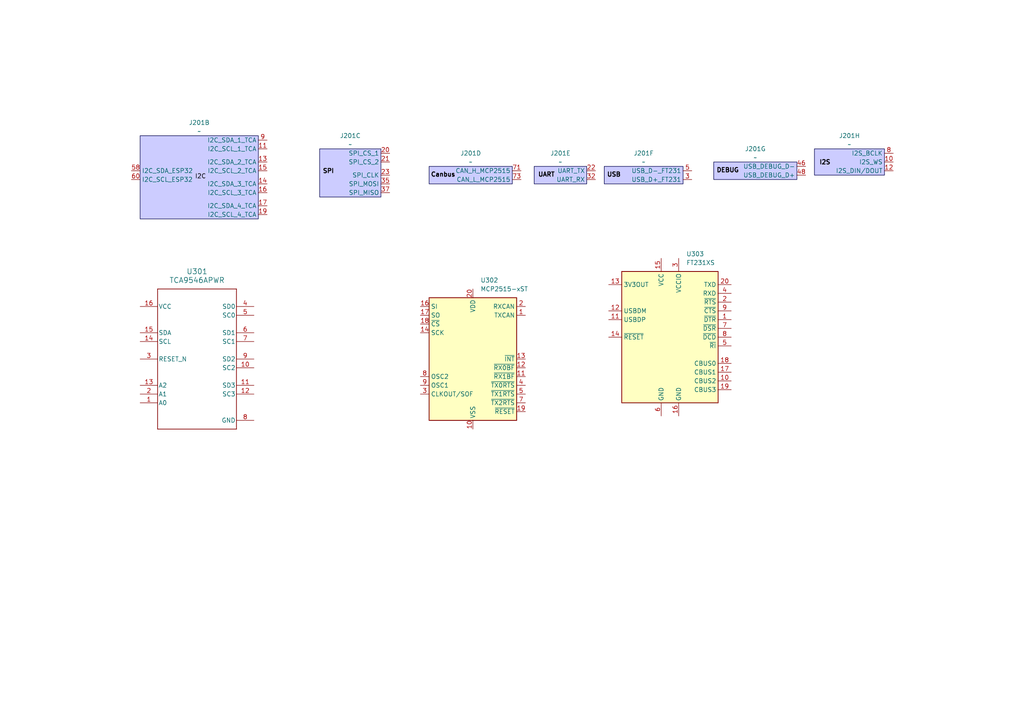
<source format=kicad_sch>
(kicad_sch (version 20231120) (generator "eeschema") (generator_version "8.0")
  (paper "A4")
  (lib_symbols
    (symbol "2024-07-09_21-28-53:TCA9546APWR" (pin_names (offset 0.254))
      (property "Reference" "U" (at 0 2.54 0))
      (property "Value" "TCA9546APWR" (at 0 0 0))
      (symbol "TCA9546APWR_0_1"
        (polyline (pts (xy 5.08 -35.56) (xy 27.94 -35.56)) (stroke (width 0.2032)))
        (polyline (pts (xy 5.08 5.08) (xy 5.08 -35.56)) (stroke (width 0.2032)))
        (polyline (pts (xy 27.94 -35.56) (xy 27.94 5.08)) (stroke (width 0.2032)))
        (polyline (pts (xy 27.94 5.08) (xy 5.08 5.08)) (stroke (width 0.2032)))
        (pin input line (at 0 -27.94 0) (length 5.08) (name "A0") (number "1"))
        (pin bidirectional line (at 33.02 -17.78 180) (length 5.08) (name "SC2") (number "10"))
        (pin bidirectional line (at 33.02 -22.86 180) (length 5.08) (name "SD3") (number "11"))
        (pin bidirectional line (at 33.02 -25.4 180) (length 5.08) (name "SC3") (number "12"))
        (pin input line (at 0 -22.86 0) (length 5.08) (name "A2") (number "13"))
        (pin bidirectional line (at 0 -10.16 0) (length 5.08) (name "SCL") (number "14"))
        (pin bidirectional line (at 0 -7.62 0) (length 5.08) (name "SDA") (number "15"))
        (pin power_in line (at 0 0 0) (length 5.08) (name "VCC") (number "16"))
        (pin input line (at 0 -25.4 0) (length 5.08) (name "A1") (number "2"))
        (pin input line (at 0 -15.24 0) (length 5.08) (name "RESET_N") (number "3"))
        (pin bidirectional line (at 33.02 0 180) (length 5.08) (name "SD0") (number "4"))
        (pin bidirectional line (at 33.02 -2.54 180) (length 5.08) (name "SC0") (number "5"))
        (pin bidirectional line (at 33.02 -7.62 180) (length 5.08) (name "SD1") (number "6"))
        (pin bidirectional line (at 33.02 -10.16 180) (length 5.08) (name "SC1") (number "7"))
        (pin power_in line (at 33.02 -33.02 180) (length 5.08) (name "GND") (number "8"))
        (pin bidirectional line (at 33.02 -15.24 180) (length 5.08) (name "SD2") (number "9"))
      )
    )
    (symbol "Interface_CAN_LIN:MCP2515-xST"
      (property "Reference" "U" (at -10.16 19.685 0))
      (property "Value" "MCP2515-xST" (at 19.05 20.32 0))
      (symbol "MCP2515-xST_0_1"
        (rectangle (start -12.7 17.78) (end 12.7 -17.78) (stroke (width 0.254)) (fill (type background)))
      )
      (symbol "MCP2515-xST_1_1"
        (pin output line (at 15.24 12.7 180) (length 2.54) (name "TXCAN") (number "1"))
        (pin power_in line (at 0 -20.32 90) (length 2.54) (name "VSS") (number "10"))
        (pin output line (at 15.24 -5.08 180) (length 2.54) (name "~{RX1BF}") (number "11"))
        (pin output line (at 15.24 -2.54 180) (length 2.54) (name "~{RX0BF}") (number "12"))
        (pin output line (at 15.24 0 180) (length 2.54) (name "~{INT}") (number "13"))
        (pin input line (at -15.24 7.62 0) (length 2.54) (name "SCK") (number "14"))
        (pin no_connect line (at -12.7 -2.54 0) (length 2.54) hide (name "NC") (number "15"))
        (pin input line (at -15.24 15.24 0) (length 2.54) (name "SI") (number "16"))
        (pin output line (at -15.24 12.7 0) (length 2.54) (name "SO") (number "17"))
        (pin input line (at -15.24 10.16 0) (length 2.54) (name "~{CS}") (number "18"))
        (pin input line (at 15.24 -15.24 180) (length 2.54) (name "~{RESET}") (number "19"))
        (pin input line (at 15.24 15.24 180) (length 2.54) (name "RXCAN") (number "2"))
        (pin power_in line (at 0 20.32 270) (length 2.54) (name "VDD") (number "20"))
        (pin output line (at -15.24 -10.16 0) (length 2.54) (name "CLKOUT/SOF") (number "3"))
        (pin input line (at 15.24 -7.62 180) (length 2.54) (name "~{TX0RTS}") (number "4"))
        (pin input line (at 15.24 -10.16 180) (length 2.54) (name "~{TX1RTS}") (number "5"))
        (pin no_connect line (at -12.7 0 0) (length 2.54) hide (name "NC") (number "6"))
        (pin input line (at 15.24 -12.7 180) (length 2.54) (name "~{TX2RTS}") (number "7"))
        (pin output line (at -15.24 -5.08 0) (length 2.54) (name "OSC2") (number "8"))
        (pin input line (at -15.24 -7.62 0) (length 2.54) (name "OSC1") (number "9"))
      )
    )
    (symbol "Interface_USB:FT231XS"
      (property "Reference" "U" (at -13.97 20.32 0))
      (property "Value" "FT231XS" (at 7.62 20.32 0))
      (symbol "FT231XS_0_1"
        (rectangle (start -13.97 19.05) (end 13.97 -19.05) (stroke (width 0.254)) (fill (type background)))
      )
      (symbol "FT231XS_1_1"
        (pin output line (at 17.78 5.08 180) (length 3.81) (name "~{DTR}") (number "1"))
        (pin bidirectional line (at 17.78 -12.7 180) (length 3.81) (name "CBUS2") (number "10"))
        (pin bidirectional line (at -17.78 5.08 0) (length 3.81) (name "USBDP") (number "11"))
        (pin bidirectional line (at -17.78 7.62 0) (length 3.81) (name "USBDM") (number "12"))
        (pin power_out line (at -17.78 15.24 0) (length 3.81) (name "3V3OUT") (number "13"))
        (pin input line (at -17.78 0 0) (length 3.81) (name "~{RESET}") (number "14"))
        (pin power_in line (at -2.54 22.86 270) (length 3.81) (name "VCC") (number "15"))
        (pin power_in line (at 2.54 -22.86 90) (length 3.81) (name "GND") (number "16"))
        (pin bidirectional line (at 17.78 -10.16 180) (length 3.81) (name "CBUS1") (number "17"))
        (pin bidirectional line (at 17.78 -7.62 180) (length 3.81) (name "CBUS0") (number "18"))
        (pin bidirectional line (at 17.78 -15.24 180) (length 3.81) (name "CBUS3") (number "19"))
        (pin output line (at 17.78 10.16 180) (length 3.81) (name "~{RTS}") (number "2"))
        (pin output line (at 17.78 15.24 180) (length 3.81) (name "TXD") (number "20"))
        (pin power_in line (at 2.54 22.86 270) (length 3.81) (name "VCCIO") (number "3"))
        (pin input line (at 17.78 12.7 180) (length 3.81) (name "RXD") (number "4"))
        (pin input line (at 17.78 -2.54 180) (length 3.81) (name "~{RI}") (number "5"))
        (pin power_in line (at -2.54 -22.86 90) (length 3.81) (name "GND") (number "6"))
        (pin input line (at 17.78 2.54 180) (length 3.81) (name "~{DSR}") (number "7"))
        (pin input line (at 17.78 0 180) (length 3.81) (name "~{DCD}") (number "8"))
        (pin input line (at 17.78 7.62 180) (length 3.81) (name "~{CTS}") (number "9"))
      )
    )
    (symbol "connecteur_m2_key_E:connecteur_SOM_ESP32"
      (property "Reference" "J" (at 0.254 16.51 0))
      (symbol "connecteur_SOM_ESP32_1_1"
        (rectangle (start -13.97 7.62) (end 13.97 -27.94) (stroke (width 0) (color 72 0 0 1)) (fill (type color) (color 255 0 0 0.52)))
        (text "Pins d'alimentation\n&\nResets" (at 0 -9.144 0) (effects (font (size 1.27 1.27) (bold yes))))
        (pin power_in line (at 16.51 6.35 180) (length 2.54) (name "GND") (number "1"))
        (pin power_in line (at 16.51 1.27 180) (length 2.54) (name "GND") (number "18"))
        (pin power_in line (at -16.51 6.35 0) (length 2.54) (name "Vcc_3v3") (number "2"))
        (pin power_in line (at 16.51 -1.27 180) (length 2.54) (name "GND") (number "33"))
        (pin power_in line (at 16.51 -3.81 180) (length 2.54) (name "GND") (number "38"))
        (pin power_in line (at 16.51 -6.35 180) (length 2.54) (name "GND") (number "39"))
        (pin power_in line (at -16.51 3.81 0) (length 2.54) (name "Vcc_3v3") (number "4"))
        (pin power_in line (at 16.51 -8.89 180) (length 2.54) (name "GND") (number "45"))
        (pin power_in line (at 16.51 -11.43 180) (length 2.54) (name "GND") (number "51"))
        (pin bidirectional line (at -16.51 1.27 0) (length 2.54) (name "RESET_AUTRES") (number "54"))
        (pin power_in line (at 16.51 -13.97 180) (length 2.54) (name "GND") (number "55"))
        (pin bidirectional line (at -16.51 -21.59 0) (length 2.54) (name "RESET_ESP32") (number "56"))
        (pin power_in line (at 16.51 -16.51 180) (length 2.54) (name "GND") (number "57"))
        (pin power_in line (at 16.51 -19.05 180) (length 2.54) (name "GND") (number "62"))
        (pin power_in line (at 16.51 -21.59 180) (length 2.54) (name "GND") (number "63"))
        (pin power_in line (at 16.51 -24.13 180) (length 2.54) (name "GND") (number "69"))
        (pin power_in line (at 16.51 3.81 180) (length 2.54) (name "GND") (number "7"))
        (pin power_in line (at -16.51 -24.13 0) (length 2.54) (name "Vcc_3v3") (number "72"))
        (pin power_in line (at -16.51 -26.67 0) (length 2.54) (name "Vcc_3v3") (number "74"))
        (pin power_in line (at 16.51 -26.67 180) (length 2.54) (name "GND") (number "75"))
      )
      (symbol "connecteur_SOM_ESP32_2_1"
        (rectangle (start -17.78 11.43) (end 16.51 -12.7) (stroke (width 0) (color 0 0 72 1)) (fill (type color) (color 0 0 255 0.2)))
        (text "I2C" (at -0.254 -0.254 0) (effects (font (size 1.27 1.27))))
        (pin bidirectional line (at 19.05 7.62 180) (length 2.54) (name "I2C_SCL_1_TCA") (number "11"))
        (pin bidirectional line (at 19.05 3.81 180) (length 2.54) (name "I2C_SDA_2_TCA") (number "13"))
        (pin bidirectional line (at 19.05 -2.54 180) (length 2.54) (name "I2C_SDA_3_TCA") (number "14"))
        (pin bidirectional line (at 19.05 1.27 180) (length 2.54) (name "I2C_SCL_2_TCA") (number "15"))
        (pin bidirectional line (at 19.05 -5.08 180) (length 2.54) (name "I2C_SCL_3_TCA") (number "16"))
        (pin bidirectional line (at 19.05 -8.89 180) (length 2.54) (name "I2C_SDA_4_TCA") (number "17"))
        (pin bidirectional line (at 19.05 -11.43 180) (length 2.54) (name "I2C_SCL_4_TCA") (number "19"))
        (pin bidirectional line (at -20.32 1.27 0) (length 2.54) (name "I2C_SDA_ESP32") (number "58"))
        (pin bidirectional line (at -20.32 -1.27 0) (length 2.54) (name "I2C_SCL_ESP32") (number "60"))
        (pin bidirectional line (at 19.05 10.16 180) (length 2.54) (name "I2C_SDA_1_TCA") (number "9"))
      )
      (symbol "connecteur_SOM_ESP32_3_1"
        (rectangle (start -2.54 6.35) (end 15.24 -7.62) (stroke (width 0) (color 0 0 72 1)) (fill (type color) (color 0 0 255 0.2)))
        (text "SPI" (at 0 0 0) (effects (font (size 1.27 1.27) (bold yes))))
        (pin bidirectional line (at 17.78 5.08 180) (length 2.54) (name "SPI_CS_1") (number "20"))
        (pin bidirectional line (at 17.78 2.54 180) (length 2.54) (name "SPI_CS_2") (number "21"))
        (pin bidirectional line (at 17.78 -1.27 180) (length 2.54) (name "SPI_CLK") (number "23"))
        (pin bidirectional line (at 17.78 -3.81 180) (length 2.54) (name "SPI_MOSI") (number "35"))
        (pin bidirectional line (at 17.78 -6.35 180) (length 2.54) (name "SPI_MISO") (number "37"))
      )
      (symbol "connecteur_SOM_ESP32_4_1"
        (rectangle (start -13.97 2.54) (end 10.16 -2.54) (stroke (width 0) (color 0 0 72 1)) (fill (type color) (color 0 0 255 0.2)))
        (text "Canbus" (at -9.906 0.254 0) (effects (font (size 1.27 1.27) (bold yes))))
        (pin bidirectional line (at 12.7 1.27 180) (length 2.54) (name "CAN_H_MCP2515") (number "71"))
        (pin bidirectional line (at 12.7 -1.27 180) (length 2.54) (name "CAN_L_MCP2515") (number "73"))
      )
      (symbol "connecteur_SOM_ESP32_5_1"
        (rectangle (start -3.81 2.54) (end 11.43 -2.54) (stroke (width 0) (color 0 0 72 1)) (fill (type color) (color 0 0 255 0.2)))
        (text "UART" (at -0.254 0.254 0) (effects (font (size 1.27 1.27) (bold yes))))
        (pin bidirectional line (at 13.97 1.27 180) (length 2.54) (name "UART_TX") (number "22"))
        (pin bidirectional line (at 13.97 -1.27 180) (length 2.54) (name "UART_RX") (number "32"))
      )
      (symbol "connecteur_SOM_ESP32_6_1"
        (rectangle (start -11.43 2.54) (end 11.43 -2.54) (stroke (width 0) (color 0 0 72 1)) (fill (type color) (color 0 0 255 0.2)))
        (text "USB" (at -8.636 0.254 0) (effects (font (size 1.27 1.27) (bold yes))))
        (pin bidirectional line (at 13.97 -1.27 180) (length 2.54) (name "USB_D+_FT231") (number "3"))
        (pin bidirectional line (at 13.97 1.27 180) (length 2.54) (name "USB_D-_FT231") (number "5"))
      )
      (symbol "connecteur_SOM_ESP32_7_1"
        (rectangle (start -12.7 2.54) (end 11.43 -2.54) (stroke (width 0) (color 0 0 72 1)) (fill (type color) (color 0 0 255 0.2)))
        (text "DEBUG" (at -8.636 0.254 0) (effects (font (size 1.27 1.27) (bold yes))))
        (pin bidirectional line (at 13.97 1.27 180) (length 2.54) (name "USB_DEBUG_D-") (number "46"))
        (pin bidirectional line (at 13.97 -1.27 180) (length 2.54) (name "USB_DEBUG_D+") (number "48"))
      )
      (symbol "connecteur_SOM_ESP32_8_1"
        (rectangle (start -8.89 5.08) (end 11.43 -2.54) (stroke (width 0) (color 0 0 72 1)) (fill (type color) (color 0 0 255 0.2)))
        (text "I2S" (at -5.842 1.27 0) (effects (font (size 1.27 1.27) (bold yes))))
        (pin bidirectional line (at 13.97 1.27 180) (length 2.54) (name "I2S_WS") (number "10"))
        (pin bidirectional line (at 13.97 -1.27 180) (length 2.54) (name "I2S_DIN/DOUT") (number "12"))
        (pin bidirectional line (at 13.97 3.81 180) (length 2.54) (name "I2S_BCLK") (number "8"))
      )
      (symbol "connecteur_SOM_ESP32_9_1"
        (rectangle (start -16.51 3.81) (end 16.51 -10.16) (fill (type color) (color 255 153 0 0.3)))
        (text "Pins analogue\n<-Input\nOutput->" (at -0.254 -5.842 0) (effects (font (size 1.27 1.27) (bold yes))))
        (pin bidirectional line (at -19.05 1.27 0) (length 2.54) (name "DAC_1_MCP48") (number "59"))
        (pin bidirectional line (at -19.05 -1.27 0) (length 2.54) (name "DAC_2_MCP48") (number "61"))
        (pin power_in line (at 19.05 1.27 180) (length 2.54) (name "ADC_1_MCP3202") (number "65"))
        (pin power_in line (at 19.05 -1.27 180) (length 2.54) (name "ADC_2_MCP3202") (number "67"))
      )
      (symbol "connecteur_SOM_ESP32_10_1"
        (rectangle (start -19.05 5.08) (end 6.35 -5.08) (stroke (width 0) (color 0 72 0 1)) (fill (type color) (color 0 132 0 0.3)))
        (text "Sortie PWM\n" (at -13.208 0.254 0) (effects (font (size 1.27 1.27))))
        (pin output line (at 8.89 3.81 180) (length 2.54) (name "PWM_1_PCA") (number "64"))
        (pin output line (at 8.89 1.27 180) (length 2.54) (name "PWM_2_PCA") (number "66"))
        (pin output line (at 8.89 -1.27 180) (length 2.54) (name "PWM_3_PCA") (number "68"))
        (pin output line (at 8.89 -3.81 180) (length 2.54) (name "PWM_4_PCA") (number "70"))
      )
      (symbol "connecteur_SOM_ESP32_11_1"
        (rectangle (start -12.7 7.62) (end 13.97 -5.08) (stroke (width 0) (color 0 72 0 1)) (fill (type color) (color 0 132 0 0.3)))
        (text "ESP32\n" (at 0.508 -2.794 0) (effects (font (size 1.27 1.27))))
        (text "GPIO pins" (at 0.508 5.842 0) (effects (font (size 1.27 1.27))))
        (pin bidirectional line (at 16.51 -1.27 180) (length 2.54) (name "GPIO47") (number "34"))
        (pin bidirectional line (at 16.51 -3.81 180) (length 2.54) (name "GPIO48") (number "36"))
        (pin bidirectional line (at -15.24 6.35 0) (length 2.54) (name "GPIO15") (number "40"))
        (pin bidirectional line (at -15.24 3.81 0) (length 2.54) (name "GPIO16") (number "41"))
        (pin bidirectional line (at -15.24 1.27 0) (length 2.54) (name "GPIO17") (number "42"))
        (pin bidirectional line (at -15.24 -1.27 0) (length 2.54) (name "GPIO18") (number "43"))
        (pin bidirectional line (at -15.24 -3.81 0) (length 2.54) (name "GPIO21") (number "44"))
        (pin bidirectional line (at 16.51 6.35 180) (length 2.54) (name "GPIO33") (number "52"))
        (pin bidirectional line (at 16.51 3.81 180) (length 2.54) (name "GPIO34") (number "53"))
        (pin bidirectional line (at 16.51 1.27 180) (length 2.54) (name "GPIO38&LED") (number "6"))
      )
      (symbol "connecteur_SOM_ESP32_12_1"
        (rectangle (start -8.89 3.81) (end 8.89 -3.81) (fill (type color) (color 255 255 0 0.4)))
        (text "Sortie\nclock" (at -5.334 0 0) (effects (font (size 1.27 1.27) (bold yes))))
        (pin output line (at 11.43 2.54 180) (length 2.54) (name "REFCLKn") (number "47"))
        (pin output line (at 11.43 0 180) (length 2.54) (name "REFCLKp") (number "49"))
        (pin output line (at 11.43 -2.54 180) (length 2.54) (name "SUSCLK") (number "50"))
      )
    )
  )
  (symbol (lib_id "Interface_USB:FT231XS") (at 194.31 97.79 0) (unit 1)
    (property "Reference" "U303" (at 199.0441 73.66 0) (effects (justify left)))
    (property "Value" "FT231XS" (at 199.0441 76.2 0) (effects (justify left)))
    (property "Footprint" "Package_SO:SSOP-20_3.9x8.7mm_P0.635mm" (effects (hide yes)))
    (property "Datasheet" "https://www.ftdichip.com/Support/Documents/DataSheets/ICs/DS_FT231X.pdf" (effects (hide yes)))
    (property "Description" "Full Speed USB to Full Handshake UART, SSOP-20" (effects (hide yes)))
  )
  (symbol (lib_id "connecteur_m2_key_E:connecteur_SOM_ESP32") (at 158.75 50.8 0) (unit 5)
    (property "Reference" "J201" (at 162.56 44.45 0))
    (property "Value" "~" (at 162.56 46.99 0))
    (property "Footprint" "connecteur_M2_key_E:NGFF_E" (effects (hide yes)))
  )
  (symbol (lib_id "connecteur_m2_key_E:connecteur_SOM_ESP32") (at 138.43 50.8 0) (unit 4)
    (property "Reference" "J201" (at 136.525 44.45 0))
    (property "Value" "~" (at 136.525 46.99 0))
    (property "Footprint" "connecteur_M2_key_E:NGFF_E" (effects (hide yes)))
  )
  (symbol (lib_id "connecteur_m2_key_E:connecteur_SOM_ESP32") (at 219.71 49.53 0) (unit 7)
    (property "Reference" "J201" (at 219.075 43.18 0))
    (property "Value" "~" (at 219.075 45.72 0))
    (property "Footprint" "connecteur_M2_key_E:NGFF_E" (effects (hide yes)))
  )
  (symbol (lib_id "Interface_CAN_LIN:MCP2515-xST") (at 137.16 104.14 0) (unit 1)
    (property "Reference" "U302" (at 139.3541 81.28 0) (effects (justify left)))
    (property "Value" "MCP2515-xST" (at 139.3541 83.82 0) (effects (justify left)))
    (property "Footprint" "Package_SO:TSSOP-20_4.4x6.5mm_P0.65mm" (effects (hide yes)))
    (property "Datasheet" "http://ww1.microchip.com/downloads/en/DeviceDoc/21801e.pdf" (effects (hide yes)))
    (property "Description" "Stand-Alone CAN Controller with SPI Interface, TSSOP-20" (effects (hide yes)))
  )
  (symbol (lib_id "connecteur_m2_key_E:connecteur_SOM_ESP32") (at 58.42 50.8 0) (unit 2)
    (property "Reference" "J201" (at 57.785 35.56 0))
    (property "Value" "~" (at 57.785 38.1 0))
    (property "Footprint" "connecteur_M2_key_E:NGFF_E" (effects (hide yes)))
  )
  (symbol (lib_id "2024-07-09_21-28-53:TCA9546APWR") (at 40.64 88.9 0) (unit 1)
    (property "Reference" "U301" (at 57.15 78.74 0) (effects (font (size 1.524 1.524))))
    (property "Value" "TCA9546APWR" (at 57.15 81.28 0) (effects (font (size 1.524 1.524))))
    (property "Footprint" "PW0016A-IPC_A" (effects (hide yes)))
    (property "Datasheet" "TCA9546APWR" (effects (hide yes)))
  )
  (symbol (lib_id "connecteur_m2_key_E:connecteur_SOM_ESP32") (at 186.69 50.8 0) (unit 6)
    (property "Reference" "J201" (at 186.69 44.45 0))
    (property "Value" "~" (at 186.69 46.99 0))
    (property "Footprint" "connecteur_M2_key_E:NGFF_E" (effects (hide yes)))
  )
  (symbol (lib_id "connecteur_m2_key_E:connecteur_SOM_ESP32") (at 95.25 49.53 0) (unit 3)
    (property "Reference" "J201" (at 101.6 39.37 0))
    (property "Value" "~" (at 101.6 41.91 0))
    (property "Footprint" "connecteur_M2_key_E:NGFF_E" (effects (hide yes)))
  )
  (symbol (lib_id "connecteur_m2_key_E:connecteur_SOM_ESP32") (at 245.11 48.26 0) (unit 8)
    (property "Reference" "J201" (at 246.38 39.37 0))
    (property "Value" "~" (at 246.38 41.91 0))
    (property "Footprint" "connecteur_M2_key_E:NGFF_E" (effects (hide yes)))
  )
)
</source>
